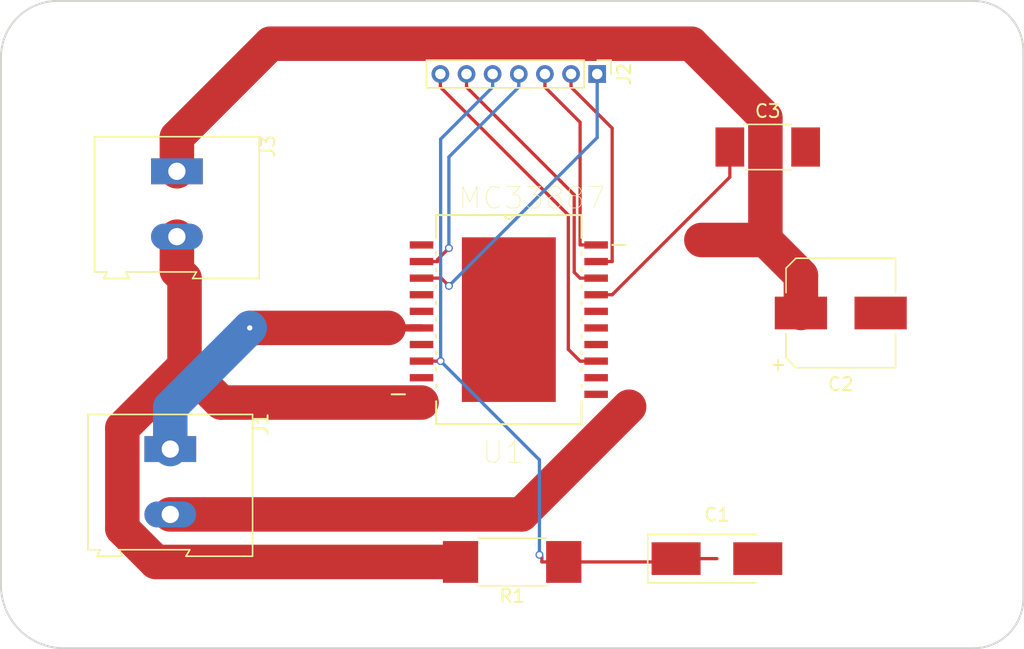
<source format=kicad_pcb>
(kicad_pcb (version 4) (host pcbnew 4.0.7)

  (general
    (links 19)
    (no_connects 0)
    (area 131.496999 97.206999 209.879001 146.887001)
    (thickness 1.6)
    (drawings 8)
    (tracks 74)
    (zones 0)
    (modules 8)
    (nets 21)
  )

  (page A4)
  (layers
    (0 F.Cu signal)
    (31 B.Cu signal)
    (32 B.Adhes user)
    (33 F.Adhes user)
    (34 B.Paste user)
    (35 F.Paste user)
    (36 B.SilkS user)
    (37 F.SilkS user)
    (38 B.Mask user)
    (39 F.Mask user)
    (40 Dwgs.User user)
    (41 Cmts.User user)
    (42 Eco1.User user)
    (43 Eco2.User user)
    (44 Edge.Cuts user)
    (45 Margin user)
    (46 B.CrtYd user)
    (47 F.CrtYd user)
    (48 B.Fab user)
    (49 F.Fab user)
  )

  (setup
    (last_trace_width 0.25)
    (trace_clearance 0.2)
    (zone_clearance 0.508)
    (zone_45_only no)
    (trace_min 0.2)
    (segment_width 0.2)
    (edge_width 0.15)
    (via_size 0.6)
    (via_drill 0.4)
    (via_min_size 0.4)
    (via_min_drill 0.3)
    (uvia_size 0.3)
    (uvia_drill 0.1)
    (uvias_allowed no)
    (uvia_min_size 0.2)
    (uvia_min_drill 0.1)
    (pcb_text_width 0.3)
    (pcb_text_size 1.5 1.5)
    (mod_edge_width 0.15)
    (mod_text_size 1 1)
    (mod_text_width 0.15)
    (pad_size 1.524 1.524)
    (pad_drill 0.762)
    (pad_to_mask_clearance 0.2)
    (aux_axis_origin 0 0)
    (visible_elements 7FFFFFFF)
    (pcbplotparams
      (layerselection 0x00030_80000001)
      (usegerberextensions false)
      (excludeedgelayer true)
      (linewidth 0.100000)
      (plotframeref false)
      (viasonmask false)
      (mode 1)
      (useauxorigin false)
      (hpglpennumber 1)
      (hpglpenspeed 20)
      (hpglpendiameter 15)
      (hpglpenoverlay 2)
      (psnegative false)
      (psa4output false)
      (plotreference true)
      (plotvalue true)
      (plotinvisibletext false)
      (padsonsilk false)
      (subtractmaskfromsilk false)
      (outputformat 1)
      (mirror false)
      (drillshape 1)
      (scaleselection 1)
      (outputdirectory ""))
  )

  (net 0 "")
  (net 1 "Net-(C1-Pad1)")
  (net 2 GND)
  (net 3 "Net-(C2-Pad1)")
  (net 4 "Net-(C3-Pad1)")
  (net 5 "Net-(J1-Pad1)")
  (net 6 "Net-(J1-Pad2)")
  (net 7 "Net-(J2-Pad1)")
  (net 8 "Net-(J2-Pad2)")
  (net 9 "Net-(J2-Pad3)")
  (net 10 "Net-(J2-Pad4)")
  (net 11 "Net-(J2-Pad6)")
  (net 12 "Net-(J2-Pad7)")
  (net 13 "Net-(J3-Pad2)")
  (net 14 "Net-(U1-Pad4)")
  (net 15 "Net-(U1-Pad5)")
  (net 16 "Net-(U1-Pad7)")
  (net 17 "Net-(U1-Pad9)")
  (net 18 "Net-(U1-Pad11)")
  (net 19 "Net-(U1-Pad12)")
  (net 20 "Net-(U1-Pad14)")

  (net_class Default "This is the default net class."
    (clearance 0.2)
    (trace_width 0.25)
    (via_dia 0.6)
    (via_drill 0.4)
    (uvia_dia 0.3)
    (uvia_drill 0.1)
    (add_net GND)
    (add_net "Net-(C1-Pad1)")
    (add_net "Net-(C3-Pad1)")
    (add_net "Net-(J2-Pad1)")
    (add_net "Net-(J2-Pad2)")
    (add_net "Net-(J2-Pad3)")
    (add_net "Net-(J2-Pad4)")
    (add_net "Net-(J2-Pad6)")
    (add_net "Net-(J2-Pad7)")
    (add_net "Net-(U1-Pad11)")
    (add_net "Net-(U1-Pad12)")
    (add_net "Net-(U1-Pad14)")
    (add_net "Net-(U1-Pad4)")
    (add_net "Net-(U1-Pad5)")
    (add_net "Net-(U1-Pad7)")
    (add_net "Net-(U1-Pad9)")
  )

  (net_class Power ""
    (clearance 0.3)
    (trace_width 2.64)
    (via_dia 0.6)
    (via_drill 0.4)
    (uvia_dia 0.3)
    (uvia_drill 0.1)
    (add_net "Net-(C2-Pad1)")
    (add_net "Net-(J1-Pad1)")
    (add_net "Net-(J1-Pad2)")
    (add_net "Net-(J3-Pad2)")
  )

  (module Capacitors_Tantalum_SMD:CP_Tantalum_Case-C_EIA-6032-28_Hand (layer F.Cu) (tedit 58CC8C08) (tstamp 5A6E3B64)
    (at 186.359 139.954)
    (descr "Tantalum capacitor, Case C, EIA 6032-28, 6.0x3.2x2.5mm, Hand soldering footprint")
    (tags "capacitor tantalum smd")
    (path /5A6E434B)
    (attr smd)
    (fp_text reference C1 (at 0 -3.35) (layer F.SilkS)
      (effects (font (size 1 1) (thickness 0.15)))
    )
    (fp_text value 1uF (at 0 3.35) (layer F.Fab)
      (effects (font (size 1 1) (thickness 0.15)))
    )
    (fp_text user %R (at 0 0) (layer F.Fab)
      (effects (font (size 1 1) (thickness 0.15)))
    )
    (fp_line (start -5.4 -2) (end -5.4 2) (layer F.CrtYd) (width 0.05))
    (fp_line (start -5.4 2) (end 5.4 2) (layer F.CrtYd) (width 0.05))
    (fp_line (start 5.4 2) (end 5.4 -2) (layer F.CrtYd) (width 0.05))
    (fp_line (start 5.4 -2) (end -5.4 -2) (layer F.CrtYd) (width 0.05))
    (fp_line (start -3 -1.6) (end -3 1.6) (layer F.Fab) (width 0.1))
    (fp_line (start -3 1.6) (end 3 1.6) (layer F.Fab) (width 0.1))
    (fp_line (start 3 1.6) (end 3 -1.6) (layer F.Fab) (width 0.1))
    (fp_line (start 3 -1.6) (end -3 -1.6) (layer F.Fab) (width 0.1))
    (fp_line (start -2.4 -1.6) (end -2.4 1.6) (layer F.Fab) (width 0.1))
    (fp_line (start -2.1 -1.6) (end -2.1 1.6) (layer F.Fab) (width 0.1))
    (fp_line (start -5.3 -1.85) (end 3 -1.85) (layer F.SilkS) (width 0.12))
    (fp_line (start -5.3 1.85) (end 3 1.85) (layer F.SilkS) (width 0.12))
    (fp_line (start -5.3 -1.85) (end -5.3 1.85) (layer F.SilkS) (width 0.12))
    (pad 1 smd rect (at -3.125 0) (size 3.75 2.5) (layers F.Cu F.Paste F.Mask)
      (net 1 "Net-(C1-Pad1)"))
    (pad 2 smd rect (at 3.125 0) (size 3.75 2.5) (layers F.Cu F.Paste F.Mask)
      (net 2 GND))
    (model Capacitors_Tantalum_SMD.3dshapes/CP_Tantalum_Case-C_EIA-6032-28.wrl
      (at (xyz 0 0 0))
      (scale (xyz 1 1 1))
      (rotate (xyz 0 0 0))
    )
  )

  (module Capacitors_SMD:CP_Elec_8x6.5 (layer F.Cu) (tedit 58AA8B9D) (tstamp 5A6E3B80)
    (at 195.834 121.158)
    (descr "SMT capacitor, aluminium electrolytic, 8x6.5")
    (path /5A6E42CB)
    (attr smd)
    (fp_text reference C2 (at 0 5.45) (layer F.SilkS)
      (effects (font (size 1 1) (thickness 0.15)))
    )
    (fp_text value 100uF (at 0 -5.45) (layer F.Fab)
      (effects (font (size 1 1) (thickness 0.15)))
    )
    (fp_circle (center 0 0) (end 0.9 3.8) (layer F.Fab) (width 0.1))
    (fp_text user + (at -1.94 -0.06) (layer F.Fab)
      (effects (font (size 1 1) (thickness 0.15)))
    )
    (fp_text user + (at -4.79 3.91) (layer F.SilkS)
      (effects (font (size 1 1) (thickness 0.15)))
    )
    (fp_text user %R (at 0 5.45) (layer F.Fab)
      (effects (font (size 1 1) (thickness 0.15)))
    )
    (fp_line (start -4.19 -3.43) (end -4.19 -1.56) (layer F.SilkS) (width 0.12))
    (fp_line (start -4.19 3.43) (end -4.19 1.56) (layer F.SilkS) (width 0.12))
    (fp_line (start 4.19 4.19) (end 4.19 1.56) (layer F.SilkS) (width 0.12))
    (fp_line (start 4.19 -4.19) (end 4.19 -1.56) (layer F.SilkS) (width 0.12))
    (fp_line (start 4.04 4.04) (end 4.04 -4.04) (layer F.Fab) (width 0.1))
    (fp_line (start -3.37 4.04) (end 4.04 4.04) (layer F.Fab) (width 0.1))
    (fp_line (start -4.04 3.37) (end -3.37 4.04) (layer F.Fab) (width 0.1))
    (fp_line (start -4.04 -3.37) (end -4.04 3.37) (layer F.Fab) (width 0.1))
    (fp_line (start -3.37 -4.04) (end -4.04 -3.37) (layer F.Fab) (width 0.1))
    (fp_line (start 4.04 -4.04) (end -3.37 -4.04) (layer F.Fab) (width 0.1))
    (fp_line (start 4.19 4.19) (end -3.43 4.19) (layer F.SilkS) (width 0.12))
    (fp_line (start -3.43 4.19) (end -4.19 3.43) (layer F.SilkS) (width 0.12))
    (fp_line (start -4.19 -3.43) (end -3.43 -4.19) (layer F.SilkS) (width 0.12))
    (fp_line (start -3.43 -4.19) (end 4.19 -4.19) (layer F.SilkS) (width 0.12))
    (fp_line (start -5.3 -4.29) (end 5.3 -4.29) (layer F.CrtYd) (width 0.05))
    (fp_line (start -5.3 -4.29) (end -5.3 4.29) (layer F.CrtYd) (width 0.05))
    (fp_line (start 5.3 4.29) (end 5.3 -4.29) (layer F.CrtYd) (width 0.05))
    (fp_line (start 5.3 4.29) (end -5.3 4.29) (layer F.CrtYd) (width 0.05))
    (pad 1 smd rect (at -3.05 0 180) (size 4 2.5) (layers F.Cu F.Paste F.Mask)
      (net 3 "Net-(C2-Pad1)"))
    (pad 2 smd rect (at 3.05 0 180) (size 4 2.5) (layers F.Cu F.Paste F.Mask)
      (net 2 GND))
    (model Capacitors_SMD.3dshapes/CP_Elec_8x6.5.wrl
      (at (xyz 0 0 0))
      (scale (xyz 1 1 1))
      (rotate (xyz 0 0 180))
    )
  )

  (module Capacitors_SMD:C_1812_HandSoldering (layer F.Cu) (tedit 58AA8525) (tstamp 5A6E3B91)
    (at 190.246 108.458)
    (descr "Capacitor SMD 1812, hand soldering")
    (tags "capacitor 1812")
    (path /5A6E425C)
    (attr smd)
    (fp_text reference C3 (at 0 -2.75) (layer F.SilkS)
      (effects (font (size 1 1) (thickness 0.15)))
    )
    (fp_text value 33nF (at 0 2.75) (layer F.Fab)
      (effects (font (size 1 1) (thickness 0.15)))
    )
    (fp_text user %R (at 0 -2.75) (layer F.Fab)
      (effects (font (size 1 1) (thickness 0.15)))
    )
    (fp_line (start -2.25 1.6) (end -2.25 -1.6) (layer F.Fab) (width 0.1))
    (fp_line (start 2.3 1.6) (end -2.25 1.6) (layer F.Fab) (width 0.1))
    (fp_line (start 2.3 -1.6) (end 2.3 1.6) (layer F.Fab) (width 0.1))
    (fp_line (start -2.25 -1.6) (end 2.3 -1.6) (layer F.Fab) (width 0.1))
    (fp_line (start 1.8 -1.73) (end -1.8 -1.73) (layer F.SilkS) (width 0.12))
    (fp_line (start -1.8 1.73) (end 1.8 1.73) (layer F.SilkS) (width 0.12))
    (fp_line (start -4.25 -1.85) (end 4.25 -1.85) (layer F.CrtYd) (width 0.05))
    (fp_line (start -4.25 -1.85) (end -4.25 1.85) (layer F.CrtYd) (width 0.05))
    (fp_line (start 4.25 1.85) (end 4.25 -1.85) (layer F.CrtYd) (width 0.05))
    (fp_line (start 4.25 1.85) (end -4.25 1.85) (layer F.CrtYd) (width 0.05))
    (pad 1 smd rect (at -2.9 0) (size 2.2 3) (layers F.Cu F.Paste F.Mask)
      (net 4 "Net-(C3-Pad1)"))
    (pad 2 smd rect (at 2.9 0) (size 2.2 3) (layers F.Cu F.Paste F.Mask)
      (net 2 GND))
    (model Capacitors_SMD.3dshapes/C_1812.wrl
      (at (xyz 0 0 0))
      (scale (xyz 1 1 1))
      (rotate (xyz 0 0 0))
    )
  )

  (module Connectors_Terminal_Blocks:TerminalBlock_Altech_AK300-2_P5.00mm (layer F.Cu) (tedit 59FF0306) (tstamp 5A6E3BF8)
    (at 144.526 131.572 270)
    (descr "Altech AK300 terminal block, pitch 5.0mm, 45 degree angled, see http://www.mouser.com/ds/2/16/PCBMETRC-24178.pdf")
    (tags "Altech AK300 terminal block pitch 5.0mm")
    (path /5A6E408B)
    (fp_text reference J1 (at -1.92 -6.99 270) (layer F.SilkS)
      (effects (font (size 1 1) (thickness 0.15)))
    )
    (fp_text value Conn_01x02 (at 2.78 7.75 270) (layer F.Fab)
      (effects (font (size 1 1) (thickness 0.15)))
    )
    (fp_text user %R (at 2.5 -2 270) (layer F.Fab)
      (effects (font (size 1 1) (thickness 0.15)))
    )
    (fp_line (start -2.65 -6.3) (end -2.65 6.3) (layer F.SilkS) (width 0.12))
    (fp_line (start -2.65 6.3) (end 7.7 6.3) (layer F.SilkS) (width 0.12))
    (fp_line (start 7.7 6.3) (end 7.7 5.35) (layer F.SilkS) (width 0.12))
    (fp_line (start 7.7 5.35) (end 8.2 5.6) (layer F.SilkS) (width 0.12))
    (fp_line (start 8.2 5.6) (end 8.2 3.7) (layer F.SilkS) (width 0.12))
    (fp_line (start 8.2 3.7) (end 8.2 3.65) (layer F.SilkS) (width 0.12))
    (fp_line (start 8.2 3.65) (end 7.7 3.9) (layer F.SilkS) (width 0.12))
    (fp_line (start 7.7 3.9) (end 7.7 -1.5) (layer F.SilkS) (width 0.12))
    (fp_line (start 7.7 -1.5) (end 8.2 -1.2) (layer F.SilkS) (width 0.12))
    (fp_line (start 8.2 -1.2) (end 8.2 -6.3) (layer F.SilkS) (width 0.12))
    (fp_line (start 8.2 -6.3) (end -2.65 -6.3) (layer F.SilkS) (width 0.12))
    (fp_line (start -1.26 2.54) (end 1.28 2.54) (layer F.Fab) (width 0.1))
    (fp_line (start 1.28 2.54) (end 1.28 -0.25) (layer F.Fab) (width 0.1))
    (fp_line (start -1.26 -0.25) (end 1.28 -0.25) (layer F.Fab) (width 0.1))
    (fp_line (start -1.26 2.54) (end -1.26 -0.25) (layer F.Fab) (width 0.1))
    (fp_line (start 3.74 2.54) (end 6.28 2.54) (layer F.Fab) (width 0.1))
    (fp_line (start 6.28 2.54) (end 6.28 -0.25) (layer F.Fab) (width 0.1))
    (fp_line (start 3.74 -0.25) (end 6.28 -0.25) (layer F.Fab) (width 0.1))
    (fp_line (start 3.74 2.54) (end 3.74 -0.25) (layer F.Fab) (width 0.1))
    (fp_line (start 7.61 -6.22) (end 7.61 -3.17) (layer F.Fab) (width 0.1))
    (fp_line (start 7.61 -6.22) (end -2.58 -6.22) (layer F.Fab) (width 0.1))
    (fp_line (start 7.61 -6.22) (end 8.11 -6.22) (layer F.Fab) (width 0.1))
    (fp_line (start 8.11 -6.22) (end 8.11 -1.4) (layer F.Fab) (width 0.1))
    (fp_line (start 8.11 -1.4) (end 7.61 -1.65) (layer F.Fab) (width 0.1))
    (fp_line (start 8.11 5.46) (end 7.61 5.21) (layer F.Fab) (width 0.1))
    (fp_line (start 7.61 5.21) (end 7.61 6.22) (layer F.Fab) (width 0.1))
    (fp_line (start 8.11 3.81) (end 7.61 4.06) (layer F.Fab) (width 0.1))
    (fp_line (start 7.61 4.06) (end 7.61 5.21) (layer F.Fab) (width 0.1))
    (fp_line (start 8.11 3.81) (end 8.11 5.46) (layer F.Fab) (width 0.1))
    (fp_line (start 2.98 6.22) (end 2.98 4.32) (layer F.Fab) (width 0.1))
    (fp_line (start 7.05 -0.25) (end 7.05 4.32) (layer F.Fab) (width 0.1))
    (fp_line (start 2.98 6.22) (end 7.05 6.22) (layer F.Fab) (width 0.1))
    (fp_line (start 7.05 6.22) (end 7.61 6.22) (layer F.Fab) (width 0.1))
    (fp_line (start 2.04 6.22) (end 2.04 4.32) (layer F.Fab) (width 0.1))
    (fp_line (start 2.04 6.22) (end 2.98 6.22) (layer F.Fab) (width 0.1))
    (fp_line (start -2.02 -0.25) (end -2.02 4.32) (layer F.Fab) (width 0.1))
    (fp_line (start -2.58 6.22) (end -2.02 6.22) (layer F.Fab) (width 0.1))
    (fp_line (start -2.02 6.22) (end 2.04 6.22) (layer F.Fab) (width 0.1))
    (fp_line (start 2.98 4.32) (end 7.05 4.32) (layer F.Fab) (width 0.1))
    (fp_line (start 2.98 4.32) (end 2.98 -0.25) (layer F.Fab) (width 0.1))
    (fp_line (start 7.05 4.32) (end 7.05 6.22) (layer F.Fab) (width 0.1))
    (fp_line (start 2.04 4.32) (end -2.02 4.32) (layer F.Fab) (width 0.1))
    (fp_line (start 2.04 4.32) (end 2.04 -0.25) (layer F.Fab) (width 0.1))
    (fp_line (start -2.02 4.32) (end -2.02 6.22) (layer F.Fab) (width 0.1))
    (fp_line (start 6.67 3.68) (end 6.67 0.51) (layer F.Fab) (width 0.1))
    (fp_line (start 6.67 3.68) (end 3.36 3.68) (layer F.Fab) (width 0.1))
    (fp_line (start 3.36 3.68) (end 3.36 0.51) (layer F.Fab) (width 0.1))
    (fp_line (start 1.66 3.68) (end 1.66 0.51) (layer F.Fab) (width 0.1))
    (fp_line (start 1.66 3.68) (end -1.64 3.68) (layer F.Fab) (width 0.1))
    (fp_line (start -1.64 3.68) (end -1.64 0.51) (layer F.Fab) (width 0.1))
    (fp_line (start -1.64 0.51) (end -1.26 0.51) (layer F.Fab) (width 0.1))
    (fp_line (start 1.66 0.51) (end 1.28 0.51) (layer F.Fab) (width 0.1))
    (fp_line (start 3.36 0.51) (end 3.74 0.51) (layer F.Fab) (width 0.1))
    (fp_line (start 6.67 0.51) (end 6.28 0.51) (layer F.Fab) (width 0.1))
    (fp_line (start -2.58 6.22) (end -2.58 -0.64) (layer F.Fab) (width 0.1))
    (fp_line (start -2.58 -0.64) (end -2.58 -3.17) (layer F.Fab) (width 0.1))
    (fp_line (start 7.61 -1.65) (end 7.61 -0.64) (layer F.Fab) (width 0.1))
    (fp_line (start 7.61 -0.64) (end 7.61 4.06) (layer F.Fab) (width 0.1))
    (fp_line (start -2.58 -3.17) (end 7.61 -3.17) (layer F.Fab) (width 0.1))
    (fp_line (start -2.58 -3.17) (end -2.58 -6.22) (layer F.Fab) (width 0.1))
    (fp_line (start 7.61 -3.17) (end 7.61 -1.65) (layer F.Fab) (width 0.1))
    (fp_line (start 2.98 -3.43) (end 2.98 -5.97) (layer F.Fab) (width 0.1))
    (fp_line (start 2.98 -5.97) (end 7.05 -5.97) (layer F.Fab) (width 0.1))
    (fp_line (start 7.05 -5.97) (end 7.05 -3.43) (layer F.Fab) (width 0.1))
    (fp_line (start 7.05 -3.43) (end 2.98 -3.43) (layer F.Fab) (width 0.1))
    (fp_line (start 2.04 -3.43) (end 2.04 -5.97) (layer F.Fab) (width 0.1))
    (fp_line (start 2.04 -3.43) (end -2.02 -3.43) (layer F.Fab) (width 0.1))
    (fp_line (start -2.02 -3.43) (end -2.02 -5.97) (layer F.Fab) (width 0.1))
    (fp_line (start 2.04 -5.97) (end -2.02 -5.97) (layer F.Fab) (width 0.1))
    (fp_line (start 3.39 -4.45) (end 6.44 -5.08) (layer F.Fab) (width 0.1))
    (fp_line (start 3.52 -4.32) (end 6.56 -4.95) (layer F.Fab) (width 0.1))
    (fp_line (start -1.62 -4.45) (end 1.44 -5.08) (layer F.Fab) (width 0.1))
    (fp_line (start -1.49 -4.32) (end 1.56 -4.95) (layer F.Fab) (width 0.1))
    (fp_line (start -2.02 -0.25) (end -1.64 -0.25) (layer F.Fab) (width 0.1))
    (fp_line (start 2.04 -0.25) (end 1.66 -0.25) (layer F.Fab) (width 0.1))
    (fp_line (start 1.66 -0.25) (end -1.64 -0.25) (layer F.Fab) (width 0.1))
    (fp_line (start -2.58 -0.64) (end -1.64 -0.64) (layer F.Fab) (width 0.1))
    (fp_line (start -1.64 -0.64) (end 1.66 -0.64) (layer F.Fab) (width 0.1))
    (fp_line (start 1.66 -0.64) (end 3.36 -0.64) (layer F.Fab) (width 0.1))
    (fp_line (start 7.61 -0.64) (end 6.67 -0.64) (layer F.Fab) (width 0.1))
    (fp_line (start 6.67 -0.64) (end 3.36 -0.64) (layer F.Fab) (width 0.1))
    (fp_line (start 7.05 -0.25) (end 6.67 -0.25) (layer F.Fab) (width 0.1))
    (fp_line (start 2.98 -0.25) (end 3.36 -0.25) (layer F.Fab) (width 0.1))
    (fp_line (start 3.36 -0.25) (end 6.67 -0.25) (layer F.Fab) (width 0.1))
    (fp_line (start -2.83 -6.47) (end 8.36 -6.47) (layer F.CrtYd) (width 0.05))
    (fp_line (start -2.83 -6.47) (end -2.83 6.47) (layer F.CrtYd) (width 0.05))
    (fp_line (start 8.36 6.47) (end 8.36 -6.47) (layer F.CrtYd) (width 0.05))
    (fp_line (start 8.36 6.47) (end -2.83 6.47) (layer F.CrtYd) (width 0.05))
    (fp_arc (start 6.03 -4.59) (end 6.54 -5.05) (angle 90.5) (layer F.Fab) (width 0.1))
    (fp_arc (start 5.07 -6.07) (end 6.53 -4.12) (angle 75.5) (layer F.Fab) (width 0.1))
    (fp_arc (start 4.99 -3.71) (end 3.39 -5) (angle 100) (layer F.Fab) (width 0.1))
    (fp_arc (start 3.87 -4.65) (end 3.58 -4.13) (angle 104.2) (layer F.Fab) (width 0.1))
    (fp_arc (start 1.03 -4.59) (end 1.53 -5.05) (angle 90.5) (layer F.Fab) (width 0.1))
    (fp_arc (start 0.06 -6.07) (end 1.53 -4.12) (angle 75.5) (layer F.Fab) (width 0.1))
    (fp_arc (start -0.01 -3.71) (end -1.62 -5) (angle 100) (layer F.Fab) (width 0.1))
    (fp_arc (start -1.13 -4.65) (end -1.42 -4.13) (angle 104.2) (layer F.Fab) (width 0.1))
    (pad 1 thru_hole rect (at 0 0 270) (size 1.98 3.96) (drill 1.32) (layers *.Cu *.Mask)
      (net 5 "Net-(J1-Pad1)"))
    (pad 2 thru_hole oval (at 5 0 270) (size 1.98 3.96) (drill 1.32) (layers *.Cu *.Mask)
      (net 6 "Net-(J1-Pad2)"))
    (model ${KISYS3DMOD}/Terminal_Blocks.3dshapes/TerminalBlock_Altech_AK300-2_P5.00mm.wrl
      (at (xyz 0 0 0))
      (scale (xyz 1 1 1))
      (rotate (xyz 0 0 0))
    )
  )

  (module Pin_Headers:Pin_Header_Straight_1x07_Pitch2.00mm (layer F.Cu) (tedit 59650533) (tstamp 5A6E3C13)
    (at 177.196 102.87 270)
    (descr "Through hole straight pin header, 1x07, 2.00mm pitch, single row")
    (tags "Through hole pin header THT 1x07 2.00mm single row")
    (path /5A6E418C)
    (fp_text reference J2 (at 0 -2.06 270) (layer F.SilkS)
      (effects (font (size 1 1) (thickness 0.15)))
    )
    (fp_text value Conn_01x07 (at 0 14.06 270) (layer F.Fab)
      (effects (font (size 1 1) (thickness 0.15)))
    )
    (fp_line (start -0.5 -1) (end 1 -1) (layer F.Fab) (width 0.1))
    (fp_line (start 1 -1) (end 1 13) (layer F.Fab) (width 0.1))
    (fp_line (start 1 13) (end -1 13) (layer F.Fab) (width 0.1))
    (fp_line (start -1 13) (end -1 -0.5) (layer F.Fab) (width 0.1))
    (fp_line (start -1 -0.5) (end -0.5 -1) (layer F.Fab) (width 0.1))
    (fp_line (start -1.06 13.06) (end 1.06 13.06) (layer F.SilkS) (width 0.12))
    (fp_line (start -1.06 1) (end -1.06 13.06) (layer F.SilkS) (width 0.12))
    (fp_line (start 1.06 1) (end 1.06 13.06) (layer F.SilkS) (width 0.12))
    (fp_line (start -1.06 1) (end 1.06 1) (layer F.SilkS) (width 0.12))
    (fp_line (start -1.06 0) (end -1.06 -1.06) (layer F.SilkS) (width 0.12))
    (fp_line (start -1.06 -1.06) (end 0 -1.06) (layer F.SilkS) (width 0.12))
    (fp_line (start -1.5 -1.5) (end -1.5 13.5) (layer F.CrtYd) (width 0.05))
    (fp_line (start -1.5 13.5) (end 1.5 13.5) (layer F.CrtYd) (width 0.05))
    (fp_line (start 1.5 13.5) (end 1.5 -1.5) (layer F.CrtYd) (width 0.05))
    (fp_line (start 1.5 -1.5) (end -1.5 -1.5) (layer F.CrtYd) (width 0.05))
    (fp_text user %R (at 0 6 360) (layer F.Fab)
      (effects (font (size 1 1) (thickness 0.15)))
    )
    (pad 1 thru_hole rect (at 0 0 270) (size 1.35 1.35) (drill 0.8) (layers *.Cu *.Mask)
      (net 7 "Net-(J2-Pad1)"))
    (pad 2 thru_hole oval (at 0 2 270) (size 1.35 1.35) (drill 0.8) (layers *.Cu *.Mask)
      (net 8 "Net-(J2-Pad2)"))
    (pad 3 thru_hole oval (at 0 4 270) (size 1.35 1.35) (drill 0.8) (layers *.Cu *.Mask)
      (net 9 "Net-(J2-Pad3)"))
    (pad 4 thru_hole oval (at 0 6 270) (size 1.35 1.35) (drill 0.8) (layers *.Cu *.Mask)
      (net 10 "Net-(J2-Pad4)"))
    (pad 5 thru_hole oval (at 0 8 270) (size 1.35 1.35) (drill 0.8) (layers *.Cu *.Mask)
      (net 1 "Net-(C1-Pad1)"))
    (pad 6 thru_hole oval (at 0 10 270) (size 1.35 1.35) (drill 0.8) (layers *.Cu *.Mask)
      (net 11 "Net-(J2-Pad6)"))
    (pad 7 thru_hole oval (at 0 12 270) (size 1.35 1.35) (drill 0.8) (layers *.Cu *.Mask)
      (net 12 "Net-(J2-Pad7)"))
    (model ${KISYS3DMOD}/Pin_Headers.3dshapes/Pin_Header_Straight_1x07_Pitch2.00mm.wrl
      (at (xyz 0 0 0))
      (scale (xyz 1 1 1))
      (rotate (xyz 0 0 0))
    )
  )

  (module Connectors_Terminal_Blocks:TerminalBlock_Altech_AK300-2_P5.00mm (layer F.Cu) (tedit 59FF0306) (tstamp 5A6E3C7A)
    (at 145.034 110.316 270)
    (descr "Altech AK300 terminal block, pitch 5.0mm, 45 degree angled, see http://www.mouser.com/ds/2/16/PCBMETRC-24178.pdf")
    (tags "Altech AK300 terminal block pitch 5.0mm")
    (path /5A6E4020)
    (fp_text reference J3 (at -1.92 -6.99 270) (layer F.SilkS)
      (effects (font (size 1 1) (thickness 0.15)))
    )
    (fp_text value Conn_01x02 (at 2.78 7.75 270) (layer F.Fab)
      (effects (font (size 1 1) (thickness 0.15)))
    )
    (fp_text user %R (at 2.5 -2 270) (layer F.Fab)
      (effects (font (size 1 1) (thickness 0.15)))
    )
    (fp_line (start -2.65 -6.3) (end -2.65 6.3) (layer F.SilkS) (width 0.12))
    (fp_line (start -2.65 6.3) (end 7.7 6.3) (layer F.SilkS) (width 0.12))
    (fp_line (start 7.7 6.3) (end 7.7 5.35) (layer F.SilkS) (width 0.12))
    (fp_line (start 7.7 5.35) (end 8.2 5.6) (layer F.SilkS) (width 0.12))
    (fp_line (start 8.2 5.6) (end 8.2 3.7) (layer F.SilkS) (width 0.12))
    (fp_line (start 8.2 3.7) (end 8.2 3.65) (layer F.SilkS) (width 0.12))
    (fp_line (start 8.2 3.65) (end 7.7 3.9) (layer F.SilkS) (width 0.12))
    (fp_line (start 7.7 3.9) (end 7.7 -1.5) (layer F.SilkS) (width 0.12))
    (fp_line (start 7.7 -1.5) (end 8.2 -1.2) (layer F.SilkS) (width 0.12))
    (fp_line (start 8.2 -1.2) (end 8.2 -6.3) (layer F.SilkS) (width 0.12))
    (fp_line (start 8.2 -6.3) (end -2.65 -6.3) (layer F.SilkS) (width 0.12))
    (fp_line (start -1.26 2.54) (end 1.28 2.54) (layer F.Fab) (width 0.1))
    (fp_line (start 1.28 2.54) (end 1.28 -0.25) (layer F.Fab) (width 0.1))
    (fp_line (start -1.26 -0.25) (end 1.28 -0.25) (layer F.Fab) (width 0.1))
    (fp_line (start -1.26 2.54) (end -1.26 -0.25) (layer F.Fab) (width 0.1))
    (fp_line (start 3.74 2.54) (end 6.28 2.54) (layer F.Fab) (width 0.1))
    (fp_line (start 6.28 2.54) (end 6.28 -0.25) (layer F.Fab) (width 0.1))
    (fp_line (start 3.74 -0.25) (end 6.28 -0.25) (layer F.Fab) (width 0.1))
    (fp_line (start 3.74 2.54) (end 3.74 -0.25) (layer F.Fab) (width 0.1))
    (fp_line (start 7.61 -6.22) (end 7.61 -3.17) (layer F.Fab) (width 0.1))
    (fp_line (start 7.61 -6.22) (end -2.58 -6.22) (layer F.Fab) (width 0.1))
    (fp_line (start 7.61 -6.22) (end 8.11 -6.22) (layer F.Fab) (width 0.1))
    (fp_line (start 8.11 -6.22) (end 8.11 -1.4) (layer F.Fab) (width 0.1))
    (fp_line (start 8.11 -1.4) (end 7.61 -1.65) (layer F.Fab) (width 0.1))
    (fp_line (start 8.11 5.46) (end 7.61 5.21) (layer F.Fab) (width 0.1))
    (fp_line (start 7.61 5.21) (end 7.61 6.22) (layer F.Fab) (width 0.1))
    (fp_line (start 8.11 3.81) (end 7.61 4.06) (layer F.Fab) (width 0.1))
    (fp_line (start 7.61 4.06) (end 7.61 5.21) (layer F.Fab) (width 0.1))
    (fp_line (start 8.11 3.81) (end 8.11 5.46) (layer F.Fab) (width 0.1))
    (fp_line (start 2.98 6.22) (end 2.98 4.32) (layer F.Fab) (width 0.1))
    (fp_line (start 7.05 -0.25) (end 7.05 4.32) (layer F.Fab) (width 0.1))
    (fp_line (start 2.98 6.22) (end 7.05 6.22) (layer F.Fab) (width 0.1))
    (fp_line (start 7.05 6.22) (end 7.61 6.22) (layer F.Fab) (width 0.1))
    (fp_line (start 2.04 6.22) (end 2.04 4.32) (layer F.Fab) (width 0.1))
    (fp_line (start 2.04 6.22) (end 2.98 6.22) (layer F.Fab) (width 0.1))
    (fp_line (start -2.02 -0.25) (end -2.02 4.32) (layer F.Fab) (width 0.1))
    (fp_line (start -2.58 6.22) (end -2.02 6.22) (layer F.Fab) (width 0.1))
    (fp_line (start -2.02 6.22) (end 2.04 6.22) (layer F.Fab) (width 0.1))
    (fp_line (start 2.98 4.32) (end 7.05 4.32) (layer F.Fab) (width 0.1))
    (fp_line (start 2.98 4.32) (end 2.98 -0.25) (layer F.Fab) (width 0.1))
    (fp_line (start 7.05 4.32) (end 7.05 6.22) (layer F.Fab) (width 0.1))
    (fp_line (start 2.04 4.32) (end -2.02 4.32) (layer F.Fab) (width 0.1))
    (fp_line (start 2.04 4.32) (end 2.04 -0.25) (layer F.Fab) (width 0.1))
    (fp_line (start -2.02 4.32) (end -2.02 6.22) (layer F.Fab) (width 0.1))
    (fp_line (start 6.67 3.68) (end 6.67 0.51) (layer F.Fab) (width 0.1))
    (fp_line (start 6.67 3.68) (end 3.36 3.68) (layer F.Fab) (width 0.1))
    (fp_line (start 3.36 3.68) (end 3.36 0.51) (layer F.Fab) (width 0.1))
    (fp_line (start 1.66 3.68) (end 1.66 0.51) (layer F.Fab) (width 0.1))
    (fp_line (start 1.66 3.68) (end -1.64 3.68) (layer F.Fab) (width 0.1))
    (fp_line (start -1.64 3.68) (end -1.64 0.51) (layer F.Fab) (width 0.1))
    (fp_line (start -1.64 0.51) (end -1.26 0.51) (layer F.Fab) (width 0.1))
    (fp_line (start 1.66 0.51) (end 1.28 0.51) (layer F.Fab) (width 0.1))
    (fp_line (start 3.36 0.51) (end 3.74 0.51) (layer F.Fab) (width 0.1))
    (fp_line (start 6.67 0.51) (end 6.28 0.51) (layer F.Fab) (width 0.1))
    (fp_line (start -2.58 6.22) (end -2.58 -0.64) (layer F.Fab) (width 0.1))
    (fp_line (start -2.58 -0.64) (end -2.58 -3.17) (layer F.Fab) (width 0.1))
    (fp_line (start 7.61 -1.65) (end 7.61 -0.64) (layer F.Fab) (width 0.1))
    (fp_line (start 7.61 -0.64) (end 7.61 4.06) (layer F.Fab) (width 0.1))
    (fp_line (start -2.58 -3.17) (end 7.61 -3.17) (layer F.Fab) (width 0.1))
    (fp_line (start -2.58 -3.17) (end -2.58 -6.22) (layer F.Fab) (width 0.1))
    (fp_line (start 7.61 -3.17) (end 7.61 -1.65) (layer F.Fab) (width 0.1))
    (fp_line (start 2.98 -3.43) (end 2.98 -5.97) (layer F.Fab) (width 0.1))
    (fp_line (start 2.98 -5.97) (end 7.05 -5.97) (layer F.Fab) (width 0.1))
    (fp_line (start 7.05 -5.97) (end 7.05 -3.43) (layer F.Fab) (width 0.1))
    (fp_line (start 7.05 -3.43) (end 2.98 -3.43) (layer F.Fab) (width 0.1))
    (fp_line (start 2.04 -3.43) (end 2.04 -5.97) (layer F.Fab) (width 0.1))
    (fp_line (start 2.04 -3.43) (end -2.02 -3.43) (layer F.Fab) (width 0.1))
    (fp_line (start -2.02 -3.43) (end -2.02 -5.97) (layer F.Fab) (width 0.1))
    (fp_line (start 2.04 -5.97) (end -2.02 -5.97) (layer F.Fab) (width 0.1))
    (fp_line (start 3.39 -4.45) (end 6.44 -5.08) (layer F.Fab) (width 0.1))
    (fp_line (start 3.52 -4.32) (end 6.56 -4.95) (layer F.Fab) (width 0.1))
    (fp_line (start -1.62 -4.45) (end 1.44 -5.08) (layer F.Fab) (width 0.1))
    (fp_line (start -1.49 -4.32) (end 1.56 -4.95) (layer F.Fab) (width 0.1))
    (fp_line (start -2.02 -0.25) (end -1.64 -0.25) (layer F.Fab) (width 0.1))
    (fp_line (start 2.04 -0.25) (end 1.66 -0.25) (layer F.Fab) (width 0.1))
    (fp_line (start 1.66 -0.25) (end -1.64 -0.25) (layer F.Fab) (width 0.1))
    (fp_line (start -2.58 -0.64) (end -1.64 -0.64) (layer F.Fab) (width 0.1))
    (fp_line (start -1.64 -0.64) (end 1.66 -0.64) (layer F.Fab) (width 0.1))
    (fp_line (start 1.66 -0.64) (end 3.36 -0.64) (layer F.Fab) (width 0.1))
    (fp_line (start 7.61 -0.64) (end 6.67 -0.64) (layer F.Fab) (width 0.1))
    (fp_line (start 6.67 -0.64) (end 3.36 -0.64) (layer F.Fab) (width 0.1))
    (fp_line (start 7.05 -0.25) (end 6.67 -0.25) (layer F.Fab) (width 0.1))
    (fp_line (start 2.98 -0.25) (end 3.36 -0.25) (layer F.Fab) (width 0.1))
    (fp_line (start 3.36 -0.25) (end 6.67 -0.25) (layer F.Fab) (width 0.1))
    (fp_line (start -2.83 -6.47) (end 8.36 -6.47) (layer F.CrtYd) (width 0.05))
    (fp_line (start -2.83 -6.47) (end -2.83 6.47) (layer F.CrtYd) (width 0.05))
    (fp_line (start 8.36 6.47) (end 8.36 -6.47) (layer F.CrtYd) (width 0.05))
    (fp_line (start 8.36 6.47) (end -2.83 6.47) (layer F.CrtYd) (width 0.05))
    (fp_arc (start 6.03 -4.59) (end 6.54 -5.05) (angle 90.5) (layer F.Fab) (width 0.1))
    (fp_arc (start 5.07 -6.07) (end 6.53 -4.12) (angle 75.5) (layer F.Fab) (width 0.1))
    (fp_arc (start 4.99 -3.71) (end 3.39 -5) (angle 100) (layer F.Fab) (width 0.1))
    (fp_arc (start 3.87 -4.65) (end 3.58 -4.13) (angle 104.2) (layer F.Fab) (width 0.1))
    (fp_arc (start 1.03 -4.59) (end 1.53 -5.05) (angle 90.5) (layer F.Fab) (width 0.1))
    (fp_arc (start 0.06 -6.07) (end 1.53 -4.12) (angle 75.5) (layer F.Fab) (width 0.1))
    (fp_arc (start -0.01 -3.71) (end -1.62 -5) (angle 100) (layer F.Fab) (width 0.1))
    (fp_arc (start -1.13 -4.65) (end -1.42 -4.13) (angle 104.2) (layer F.Fab) (width 0.1))
    (pad 1 thru_hole rect (at 0 0 270) (size 1.98 3.96) (drill 1.32) (layers *.Cu *.Mask)
      (net 3 "Net-(C2-Pad1)"))
    (pad 2 thru_hole oval (at 5 0 270) (size 1.98 3.96) (drill 1.32) (layers *.Cu *.Mask)
      (net 13 "Net-(J3-Pad2)"))
    (model ${KISYS3DMOD}/Terminal_Blocks.3dshapes/TerminalBlock_Altech_AK300-2_P5.00mm.wrl
      (at (xyz 0 0 0))
      (scale (xyz 1 1 1))
      (rotate (xyz 0 0 0))
    )
  )

  (module Resistors_SMD:R_2512_HandSoldering (layer F.Cu) (tedit 58E0A804) (tstamp 5A6E3C8B)
    (at 170.688 140.208 180)
    (descr "Resistor SMD 2512, hand soldering")
    (tags "resistor 2512")
    (path /5A6E41F3)
    (attr smd)
    (fp_text reference R1 (at 0 -2.6 180) (layer F.SilkS)
      (effects (font (size 1 1) (thickness 0.15)))
    )
    (fp_text value 100 (at 0 2.75 180) (layer F.Fab)
      (effects (font (size 1 1) (thickness 0.15)))
    )
    (fp_text user %R (at 0 0 180) (layer F.Fab)
      (effects (font (size 1 1) (thickness 0.15)))
    )
    (fp_line (start -3.15 1.6) (end -3.15 -1.6) (layer F.Fab) (width 0.1))
    (fp_line (start 3.15 1.6) (end -3.15 1.6) (layer F.Fab) (width 0.1))
    (fp_line (start 3.15 -1.6) (end 3.15 1.6) (layer F.Fab) (width 0.1))
    (fp_line (start -3.15 -1.6) (end 3.15 -1.6) (layer F.Fab) (width 0.1))
    (fp_line (start 2.6 1.82) (end -2.6 1.82) (layer F.SilkS) (width 0.12))
    (fp_line (start -2.6 -1.82) (end 2.6 -1.82) (layer F.SilkS) (width 0.12))
    (fp_line (start -5.56 -1.85) (end 5.55 -1.85) (layer F.CrtYd) (width 0.05))
    (fp_line (start -5.56 -1.85) (end -5.56 1.85) (layer F.CrtYd) (width 0.05))
    (fp_line (start 5.55 1.85) (end 5.55 -1.85) (layer F.CrtYd) (width 0.05))
    (fp_line (start 5.55 1.85) (end -5.56 1.85) (layer F.CrtYd) (width 0.05))
    (pad 1 smd rect (at -3.95 0 180) (size 2.7 3.2) (layers F.Cu F.Paste F.Mask)
      (net 1 "Net-(C1-Pad1)"))
    (pad 2 smd rect (at 3.95 0 180) (size 2.7 3.2) (layers F.Cu F.Paste F.Mask)
      (net 13 "Net-(J3-Pad2)"))
    (model ${KISYS3DMOD}/Resistors_SMD.3dshapes/R_2512.wrl
      (at (xyz 0 0 0))
      (scale (xyz 1 1 1))
      (rotate (xyz 0 0 0))
    )
  )

  (module SOIC127P1420X340-21N:SOIC127P1420X340-21N (layer F.Cu) (tedit 0) (tstamp 5A6E3D18)
    (at 170.434 121.666)
    (path /5A6E3F7F)
    (attr smd)
    (fp_text reference U1 (at -0.432635 10.1542) (layer F.SilkS)
      (effects (font (size 1.64317 1.64317) (thickness 0.05)))
    )
    (fp_text value MC33887 (at 1.75406 -9.30415) (layer F.SilkS)
      (effects (font (size 1.64137 1.64137) (thickness 0.05)))
    )
    (fp_line (start 7.9248 -5.715) (end 8.9408 -5.715) (layer F.SilkS) (width 0.1524))
    (fp_line (start -8.9662 5.715) (end -7.9502 5.715) (layer F.SilkS) (width 0.1524))
    (fp_line (start 5.5626 -6.2484) (end 5.5626 -8.001) (layer F.SilkS) (width 0.1524))
    (fp_line (start 5.5626 -4.9784) (end 5.5626 -5.1816) (layer F.SilkS) (width 0.1524))
    (fp_line (start 5.5626 -3.7084) (end 5.5626 -3.9116) (layer F.SilkS) (width 0.1524))
    (fp_line (start 5.5626 -2.4384) (end 5.5626 -2.6416) (layer F.SilkS) (width 0.1524))
    (fp_line (start 5.5626 -1.1684) (end 5.5626 -1.3716) (layer F.SilkS) (width 0.1524))
    (fp_line (start 5.5626 0.1016) (end 5.5626 -0.1016) (layer F.SilkS) (width 0.1524))
    (fp_line (start -5.5626 8.001) (end 5.5626 8.001) (layer F.SilkS) (width 0.1524))
    (fp_line (start 5.5626 8.001) (end 5.5626 6.2484) (layer F.SilkS) (width 0.1524))
    (fp_line (start 5.5626 -8.001) (end 0.3048 -8.001) (layer F.SilkS) (width 0.1524))
    (fp_line (start 0.3048 -8.001) (end -0.3048 -8.001) (layer F.SilkS) (width 0.1524))
    (fp_line (start -0.3048 -8.001) (end -5.5626 -8.001) (layer F.SilkS) (width 0.1524))
    (fp_line (start -5.5626 -8.001) (end -5.5626 -6.2484) (layer F.SilkS) (width 0.1524))
    (fp_line (start -5.5626 -5.1816) (end -5.5626 -4.9784) (layer F.SilkS) (width 0.1524))
    (fp_line (start -5.5626 -3.9116) (end -5.5626 -3.7084) (layer F.SilkS) (width 0.1524))
    (fp_line (start -5.5626 -2.6416) (end -5.5626 -2.4384) (layer F.SilkS) (width 0.1524))
    (fp_line (start -5.5626 -1.3716) (end -5.5626 -1.1684) (layer F.SilkS) (width 0.1524))
    (fp_line (start -5.5626 -0.1016) (end -5.5626 0.1016) (layer F.SilkS) (width 0.1524))
    (fp_line (start -5.5626 1.1684) (end -5.5626 1.3716) (layer F.SilkS) (width 0.1524))
    (fp_line (start -5.5626 2.4384) (end -5.5626 2.6416) (layer F.SilkS) (width 0.1524))
    (fp_line (start -5.5626 3.7084) (end -5.5626 3.9116) (layer F.SilkS) (width 0.1524))
    (fp_line (start -5.5626 4.9784) (end -5.5626 5.1816) (layer F.SilkS) (width 0.1524))
    (fp_line (start -5.5626 6.2484) (end -5.5626 8.001) (layer F.SilkS) (width 0.1524))
    (fp_line (start 5.5626 5.1816) (end 5.5626 4.9784) (layer F.SilkS) (width 0.1524))
    (fp_line (start 5.5626 3.9116) (end 5.5626 3.7084) (layer F.SilkS) (width 0.1524))
    (fp_line (start 5.5626 2.6416) (end 5.5626 2.4384) (layer F.SilkS) (width 0.1524))
    (fp_line (start 5.5626 1.3716) (end 5.5626 1.1684) (layer F.SilkS) (width 0.1524))
    (fp_arc (start 0 -8.001) (end -0.3048 -8.001) (angle -180) (layer F.SilkS) (width 0.1524))
    (fp_line (start -5.5626 -5.461) (end -5.5626 -5.969) (layer Dwgs.User) (width 0))
    (fp_line (start -5.5626 -5.969) (end -7.2136 -5.969) (layer Dwgs.User) (width 0))
    (fp_line (start -7.2136 -5.969) (end -7.2136 -5.461) (layer Dwgs.User) (width 0))
    (fp_line (start -7.2136 -5.461) (end -5.5626 -5.461) (layer Dwgs.User) (width 0))
    (fp_line (start -5.5626 -4.191) (end -5.5626 -4.699) (layer Dwgs.User) (width 0))
    (fp_line (start -5.5626 -4.699) (end -7.2136 -4.699) (layer Dwgs.User) (width 0))
    (fp_line (start -7.2136 -4.699) (end -7.2136 -4.191) (layer Dwgs.User) (width 0))
    (fp_line (start -7.2136 -4.191) (end -5.5626 -4.191) (layer Dwgs.User) (width 0))
    (fp_line (start -5.5626 -2.921) (end -5.5626 -3.429) (layer Dwgs.User) (width 0))
    (fp_line (start -5.5626 -3.429) (end -7.2136 -3.429) (layer Dwgs.User) (width 0))
    (fp_line (start -7.2136 -3.429) (end -7.2136 -2.921) (layer Dwgs.User) (width 0))
    (fp_line (start -7.2136 -2.921) (end -5.5626 -2.921) (layer Dwgs.User) (width 0))
    (fp_line (start -5.5626 -1.651) (end -5.5626 -2.159) (layer Dwgs.User) (width 0))
    (fp_line (start -5.5626 -2.159) (end -7.2136 -2.159) (layer Dwgs.User) (width 0))
    (fp_line (start -7.2136 -2.159) (end -7.2136 -1.651) (layer Dwgs.User) (width 0))
    (fp_line (start -7.2136 -1.651) (end -5.5626 -1.651) (layer Dwgs.User) (width 0))
    (fp_line (start -5.5626 -0.381) (end -5.5626 -0.889) (layer Dwgs.User) (width 0))
    (fp_line (start -5.5626 -0.889) (end -7.2136 -0.889) (layer Dwgs.User) (width 0))
    (fp_line (start -7.2136 -0.889) (end -7.2136 -0.381) (layer Dwgs.User) (width 0))
    (fp_line (start -7.2136 -0.381) (end -5.5626 -0.381) (layer Dwgs.User) (width 0))
    (fp_line (start -5.5626 0.889) (end -5.5626 0.381) (layer Dwgs.User) (width 0))
    (fp_line (start -5.5626 0.381) (end -7.2136 0.381) (layer Dwgs.User) (width 0))
    (fp_line (start -7.2136 0.381) (end -7.2136 0.889) (layer Dwgs.User) (width 0))
    (fp_line (start -7.2136 0.889) (end -5.5626 0.889) (layer Dwgs.User) (width 0))
    (fp_line (start -5.5626 2.159) (end -5.5626 1.651) (layer Dwgs.User) (width 0))
    (fp_line (start -5.5626 1.651) (end -7.2136 1.651) (layer Dwgs.User) (width 0))
    (fp_line (start -7.2136 1.651) (end -7.2136 2.159) (layer Dwgs.User) (width 0))
    (fp_line (start -7.2136 2.159) (end -5.5626 2.159) (layer Dwgs.User) (width 0))
    (fp_line (start -5.5626 3.429) (end -5.5626 2.921) (layer Dwgs.User) (width 0))
    (fp_line (start -5.5626 2.921) (end -7.2136 2.921) (layer Dwgs.User) (width 0))
    (fp_line (start -7.2136 2.921) (end -7.2136 3.429) (layer Dwgs.User) (width 0))
    (fp_line (start -7.2136 3.429) (end -5.5626 3.429) (layer Dwgs.User) (width 0))
    (fp_line (start -5.5626 4.699) (end -5.5626 4.191) (layer Dwgs.User) (width 0))
    (fp_line (start -5.5626 4.191) (end -7.2136 4.191) (layer Dwgs.User) (width 0))
    (fp_line (start -7.2136 4.191) (end -7.2136 4.699) (layer Dwgs.User) (width 0))
    (fp_line (start -7.2136 4.699) (end -5.5626 4.699) (layer Dwgs.User) (width 0))
    (fp_line (start -5.5626 5.969) (end -5.5626 5.461) (layer Dwgs.User) (width 0))
    (fp_line (start -5.5626 5.461) (end -7.2136 5.461) (layer Dwgs.User) (width 0))
    (fp_line (start -7.2136 5.461) (end -7.2136 5.969) (layer Dwgs.User) (width 0))
    (fp_line (start -7.2136 5.969) (end -5.5626 5.969) (layer Dwgs.User) (width 0))
    (fp_line (start 5.5626 5.461) (end 5.5626 5.969) (layer Dwgs.User) (width 0))
    (fp_line (start 5.5626 5.969) (end 7.2136 5.969) (layer Dwgs.User) (width 0))
    (fp_line (start 7.2136 5.969) (end 7.2136 5.461) (layer Dwgs.User) (width 0))
    (fp_line (start 7.2136 5.461) (end 5.5626 5.461) (layer Dwgs.User) (width 0))
    (fp_line (start 5.5626 4.191) (end 5.5626 4.699) (layer Dwgs.User) (width 0))
    (fp_line (start 5.5626 4.699) (end 7.2136 4.699) (layer Dwgs.User) (width 0))
    (fp_line (start 7.2136 4.699) (end 7.2136 4.191) (layer Dwgs.User) (width 0))
    (fp_line (start 7.2136 4.191) (end 5.5626 4.191) (layer Dwgs.User) (width 0))
    (fp_line (start 5.5626 2.921) (end 5.5626 3.429) (layer Dwgs.User) (width 0))
    (fp_line (start 5.5626 3.429) (end 7.2136 3.429) (layer Dwgs.User) (width 0))
    (fp_line (start 7.2136 3.429) (end 7.2136 2.921) (layer Dwgs.User) (width 0))
    (fp_line (start 7.2136 2.921) (end 5.5626 2.921) (layer Dwgs.User) (width 0))
    (fp_line (start 5.5626 1.651) (end 5.5626 2.159) (layer Dwgs.User) (width 0))
    (fp_line (start 5.5626 2.159) (end 7.2136 2.159) (layer Dwgs.User) (width 0))
    (fp_line (start 7.2136 2.159) (end 7.2136 1.651) (layer Dwgs.User) (width 0))
    (fp_line (start 7.2136 1.651) (end 5.5626 1.651) (layer Dwgs.User) (width 0))
    (fp_line (start 5.5626 0.381) (end 5.5626 0.889) (layer Dwgs.User) (width 0))
    (fp_line (start 5.5626 0.889) (end 7.2136 0.889) (layer Dwgs.User) (width 0))
    (fp_line (start 7.2136 0.889) (end 7.2136 0.381) (layer Dwgs.User) (width 0))
    (fp_line (start 7.2136 0.381) (end 5.5626 0.381) (layer Dwgs.User) (width 0))
    (fp_line (start 5.5626 -0.889) (end 5.5626 -0.381) (layer Dwgs.User) (width 0))
    (fp_line (start 5.5626 -0.381) (end 7.2136 -0.381) (layer Dwgs.User) (width 0))
    (fp_line (start 7.2136 -0.381) (end 7.2136 -0.889) (layer Dwgs.User) (width 0))
    (fp_line (start 7.2136 -0.889) (end 5.5626 -0.889) (layer Dwgs.User) (width 0))
    (fp_line (start 5.5626 -2.159) (end 5.5626 -1.651) (layer Dwgs.User) (width 0))
    (fp_line (start 5.5626 -1.651) (end 7.2136 -1.651) (layer Dwgs.User) (width 0))
    (fp_line (start 7.2136 -1.651) (end 7.2136 -2.159) (layer Dwgs.User) (width 0))
    (fp_line (start 7.2136 -2.159) (end 5.5626 -2.159) (layer Dwgs.User) (width 0))
    (fp_line (start 5.5626 -3.429) (end 5.5626 -2.921) (layer Dwgs.User) (width 0))
    (fp_line (start 5.5626 -2.921) (end 7.2136 -2.921) (layer Dwgs.User) (width 0))
    (fp_line (start 7.2136 -2.921) (end 7.2136 -3.429) (layer Dwgs.User) (width 0))
    (fp_line (start 7.2136 -3.429) (end 5.5626 -3.429) (layer Dwgs.User) (width 0))
    (fp_line (start 5.5626 -4.699) (end 5.5626 -4.191) (layer Dwgs.User) (width 0))
    (fp_line (start 5.5626 -4.191) (end 7.2136 -4.191) (layer Dwgs.User) (width 0))
    (fp_line (start 7.2136 -4.191) (end 7.2136 -4.699) (layer Dwgs.User) (width 0))
    (fp_line (start 7.2136 -4.699) (end 5.5626 -4.699) (layer Dwgs.User) (width 0))
    (fp_line (start 5.5626 -5.969) (end 5.5626 -5.461) (layer Dwgs.User) (width 0))
    (fp_line (start 5.5626 -5.461) (end 7.2136 -5.461) (layer Dwgs.User) (width 0))
    (fp_line (start 7.2136 -5.461) (end 7.2136 -5.969) (layer Dwgs.User) (width 0))
    (fp_line (start 7.2136 -5.969) (end 5.5626 -5.969) (layer Dwgs.User) (width 0))
    (fp_line (start -5.5626 8.001) (end 5.5626 8.001) (layer Dwgs.User) (width 0))
    (fp_line (start 5.5626 8.001) (end 5.5626 -8.001) (layer Dwgs.User) (width 0))
    (fp_line (start 5.5626 -8.001) (end 0.3048 -8.001) (layer Dwgs.User) (width 0))
    (fp_line (start 0.3048 -8.001) (end -0.3048 -8.001) (layer Dwgs.User) (width 0))
    (fp_line (start -0.3048 -8.001) (end -5.5626 -8.001) (layer Dwgs.User) (width 0))
    (fp_line (start -5.5626 -8.001) (end -5.5626 8.001) (layer Dwgs.User) (width 0))
    (fp_arc (start 0 -8.001) (end -0.3048 -8.001) (angle -180) (layer Dwgs.User) (width 0))
    (pad 1 smd rect (at -6.6802 -5.715) (size 1.8034 0.5588) (layers F.Cu F.Paste F.Mask)
      (net 2 GND))
    (pad 2 smd rect (at -6.6802 -4.445) (size 1.8034 0.5588) (layers F.Cu F.Paste F.Mask)
      (net 10 "Net-(J2-Pad4)"))
    (pad 3 smd rect (at -6.6802 -3.175) (size 1.8034 0.5588) (layers F.Cu F.Paste F.Mask)
      (net 7 "Net-(J2-Pad1)"))
    (pad 4 smd rect (at -6.6802 -1.905) (size 1.8034 0.5588) (layers F.Cu F.Paste F.Mask)
      (net 14 "Net-(U1-Pad4)"))
    (pad 5 smd rect (at -6.6802 -0.635) (size 1.8034 0.5588) (layers F.Cu F.Paste F.Mask)
      (net 15 "Net-(U1-Pad5)"))
    (pad 6 smd rect (at -6.6802 0.635) (size 1.8034 0.5588) (layers F.Cu F.Paste F.Mask)
      (net 5 "Net-(J1-Pad1)"))
    (pad 7 smd rect (at -6.6802 1.905) (size 1.8034 0.5588) (layers F.Cu F.Paste F.Mask)
      (net 16 "Net-(U1-Pad7)"))
    (pad 8 smd rect (at -6.6802 3.175) (size 1.8034 0.5588) (layers F.Cu F.Paste F.Mask)
      (net 1 "Net-(C1-Pad1)"))
    (pad 9 smd rect (at -6.6802 4.445) (size 1.8034 0.5588) (layers F.Cu F.Paste F.Mask)
      (net 17 "Net-(U1-Pad9)"))
    (pad 10 smd rect (at -6.6802 5.715) (size 1.8034 0.5588) (layers F.Cu F.Paste F.Mask)
      (net 13 "Net-(J3-Pad2)"))
    (pad 11 smd rect (at 6.6802 5.715) (size 1.8034 0.5588) (layers F.Cu F.Paste F.Mask)
      (net 18 "Net-(U1-Pad11)"))
    (pad 12 smd rect (at 6.6802 4.445) (size 1.8034 0.5588) (layers F.Cu F.Paste F.Mask)
      (net 19 "Net-(U1-Pad12)"))
    (pad 13 smd rect (at 6.6802 3.175) (size 1.8034 0.5588) (layers F.Cu F.Paste F.Mask)
      (net 12 "Net-(J2-Pad7)"))
    (pad 14 smd rect (at 6.6802 1.905) (size 1.8034 0.5588) (layers F.Cu F.Paste F.Mask)
      (net 20 "Net-(U1-Pad14)"))
    (pad 15 smd rect (at 6.6802 0.635) (size 1.8034 0.5588) (layers F.Cu F.Paste F.Mask)
      (net 6 "Net-(J1-Pad2)"))
    (pad 16 smd rect (at 6.6802 -0.635) (size 1.8034 0.5588) (layers F.Cu F.Paste F.Mask)
      (net 3 "Net-(C2-Pad1)"))
    (pad 17 smd rect (at 6.6802 -1.905) (size 1.8034 0.5588) (layers F.Cu F.Paste F.Mask)
      (net 4 "Net-(C3-Pad1)"))
    (pad 18 smd rect (at 6.6802 -3.175) (size 1.8034 0.5588) (layers F.Cu F.Paste F.Mask)
      (net 11 "Net-(J2-Pad6)"))
    (pad 19 smd rect (at 6.6802 -4.445) (size 1.8034 0.5588) (layers F.Cu F.Paste F.Mask)
      (net 8 "Net-(J2-Pad2)"))
    (pad 20 smd rect (at 6.6802 -5.715) (size 1.8034 0.5588) (layers F.Cu F.Paste F.Mask)
      (net 9 "Net-(J2-Pad3)"))
    (pad 21 smd rect (at 0 0) (size 7.1882 12.5984) (layers F.Cu F.Paste F.Mask))
  )

  (gr_arc (start 136.398 141.986) (end 136.398 146.812) (angle 90) (layer Edge.Cuts) (width 0.15))
  (gr_arc (start 205.994 143.002) (end 209.804 143.002) (angle 90) (layer Edge.Cuts) (width 0.15))
  (gr_arc (start 205.994 101.092) (end 205.994 97.282) (angle 90) (layer Edge.Cuts) (width 0.15))
  (gr_arc (start 135.89 101.6) (end 131.572 101.6) (angle 90) (layer Edge.Cuts) (width 0.15))
  (gr_line (start 131.572 141.986) (end 131.572 101.6) (layer Edge.Cuts) (width 0.15))
  (gr_line (start 205.994 146.812) (end 136.398 146.812) (layer Edge.Cuts) (width 0.15))
  (gr_line (start 209.804 101.092) (end 209.804 143.002) (layer Edge.Cuts) (width 0.15))
  (gr_line (start 135.89 97.282) (end 205.994 97.282) (layer Edge.Cuts) (width 0.15))

  (via (at 165.2154 124.841) (size 0.6) (layers F.Cu B.Cu) (net 1))
  (via (at 172.7764 139.6608) (size 0.6) (layers F.Cu B.Cu) (net 1))
  (segment (start 169.196 102.87) (end 169.196 103.8703) (width 0.25) (layer B.Cu) (net 1))
  (segment (start 163.7538 124.841) (end 165.2154 124.841) (width 0.25) (layer F.Cu) (net 1))
  (segment (start 183.9047 140.208) (end 184.1587 139.954) (width 0.25) (layer F.Cu) (net 1))
  (segment (start 174.638 140.208) (end 183.9047 140.208) (width 0.25) (layer F.Cu) (net 1))
  (segment (start 186.359 139.954) (end 184.1587 139.954) (width 0.25) (layer F.Cu) (net 1))
  (segment (start 174.638 140.208) (end 172.9627 140.208) (width 0.25) (layer F.Cu) (net 1))
  (segment (start 172.9627 139.8471) (end 172.9627 140.208) (width 0.25) (layer F.Cu) (net 1))
  (segment (start 172.7764 139.6608) (end 172.9627 139.8471) (width 0.25) (layer F.Cu) (net 1))
  (segment (start 172.7764 132.4019) (end 172.7764 139.6608) (width 0.25) (layer B.Cu) (net 1))
  (segment (start 165.2155 124.841) (end 172.7764 132.4019) (width 0.25) (layer B.Cu) (net 1))
  (segment (start 165.2155 107.8508) (end 165.2155 124.841) (width 0.25) (layer B.Cu) (net 1))
  (segment (start 169.196 103.8703) (end 165.2155 107.8508) (width 0.25) (layer B.Cu) (net 1))
  (segment (start 165.2155 124.841) (end 165.2154 124.841) (width 0.25) (layer B.Cu) (net 1))
  (segment (start 190.0664 115.5701) (end 185.1659 115.5701) (width 2.64) (layer F.Cu) (net 3))
  (segment (start 190.0664 115.5701) (end 192.784 118.2877) (width 2.64) (layer F.Cu) (net 3))
  (segment (start 190.0664 106.2213) (end 190.0664 115.5701) (width 2.64) (layer F.Cu) (net 3))
  (segment (start 184.3983 100.5532) (end 190.0664 106.2213) (width 2.64) (layer F.Cu) (net 3))
  (segment (start 152.1865 100.5532) (end 184.3983 100.5532) (width 2.64) (layer F.Cu) (net 3))
  (segment (start 145.034 107.7057) (end 152.1865 100.5532) (width 2.64) (layer F.Cu) (net 3))
  (segment (start 145.034 110.316) (end 145.034 107.7057) (width 2.64) (layer F.Cu) (net 3))
  (segment (start 192.784 121.158) (end 192.784 118.2877) (width 2.64) (layer F.Cu) (net 3))
  (segment (start 178.4682 119.634) (end 187.346 110.7562) (width 0.25) (layer F.Cu) (net 4))
  (segment (start 178.3412 119.761) (end 178.4682 119.634) (width 0.25) (layer F.Cu) (net 4))
  (segment (start 187.346 110.7562) (end 187.346 108.458) (width 0.25) (layer F.Cu) (net 4))
  (segment (start 177.1142 119.761) (end 178.3412 119.761) (width 0.25) (layer F.Cu) (net 4))
  (via (at 150.608 122.301) (size 0.6) (layers F.Cu B.Cu) (net 5))
  (segment (start 161.2317 122.301) (end 163.7538 122.301) (width 0.5586) (layer F.Cu) (net 5))
  (segment (start 144.526 128.383) (end 150.608 122.301) (width 2.64) (layer B.Cu) (net 5))
  (segment (start 144.526 131.572) (end 144.526 128.383) (width 2.64) (layer B.Cu) (net 5))
  (segment (start 161.2317 122.301) (end 150.608 122.301) (width 2.64) (layer F.Cu) (net 5))
  (segment (start 171.4005 136.572) (end 144.526 136.572) (width 2.64) (layer F.Cu) (net 6))
  (segment (start 179.6406 128.3319) (end 171.4005 136.572) (width 2.64) (layer F.Cu) (net 6))
  (via (at 165.8484 119.0807) (size 0.6) (layers F.Cu B.Cu) (net 7))
  (segment (start 177.196 107.7331) (end 165.8484 119.0807) (width 0.25) (layer B.Cu) (net 7))
  (segment (start 177.196 102.87) (end 177.196 107.7331) (width 0.25) (layer B.Cu) (net 7))
  (segment (start 165.2587 118.491) (end 165.8484 119.0807) (width 0.25) (layer F.Cu) (net 7))
  (segment (start 163.7538 118.491) (end 165.2587 118.491) (width 0.25) (layer F.Cu) (net 7))
  (segment (start 178.3412 107.0155) (end 175.196 103.8703) (width 0.25) (layer F.Cu) (net 8))
  (segment (start 178.3412 117.221) (end 178.3412 107.0155) (width 0.25) (layer F.Cu) (net 8))
  (segment (start 177.1142 117.221) (end 178.3412 117.221) (width 0.25) (layer F.Cu) (net 8))
  (segment (start 175.196 102.87) (end 175.196 103.8703) (width 0.25) (layer F.Cu) (net 8))
  (segment (start 175.8872 106.5615) (end 173.196 103.8703) (width 0.25) (layer F.Cu) (net 9))
  (segment (start 175.8872 115.951) (end 175.8872 106.5615) (width 0.25) (layer F.Cu) (net 9))
  (segment (start 177.1142 115.951) (end 175.8872 115.951) (width 0.25) (layer F.Cu) (net 9))
  (segment (start 173.196 102.87) (end 173.196 103.8703) (width 0.25) (layer F.Cu) (net 9))
  (via (at 165.8478 116.1963) (size 0.6) (layers F.Cu B.Cu) (net 10))
  (segment (start 164.9808 117.0633) (end 165.8478 116.1963) (width 0.25) (layer F.Cu) (net 10))
  (segment (start 164.9808 117.221) (end 164.9808 117.0633) (width 0.25) (layer F.Cu) (net 10))
  (segment (start 165.8478 109.2185) (end 171.196 103.8703) (width 0.25) (layer B.Cu) (net 10))
  (segment (start 165.8478 116.1963) (end 165.8478 109.2185) (width 0.25) (layer B.Cu) (net 10))
  (segment (start 163.7538 117.221) (end 164.9808 117.221) (width 0.25) (layer F.Cu) (net 10))
  (segment (start 171.196 102.87) (end 171.196 103.8703) (width 0.25) (layer B.Cu) (net 10))
  (segment (start 175.4368 112.1111) (end 167.196 103.8703) (width 0.25) (layer F.Cu) (net 11))
  (segment (start 175.4368 118.0406) (end 175.4368 112.1111) (width 0.25) (layer F.Cu) (net 11))
  (segment (start 175.8872 118.491) (end 175.4368 118.0406) (width 0.25) (layer F.Cu) (net 11))
  (segment (start 177.1142 118.491) (end 175.8872 118.491) (width 0.25) (layer F.Cu) (net 11))
  (segment (start 167.196 102.87) (end 167.196 103.8703) (width 0.25) (layer F.Cu) (net 11))
  (segment (start 174.9864 113.6607) (end 165.196 103.8703) (width 0.25) (layer F.Cu) (net 12))
  (segment (start 174.9864 123.9402) (end 174.9864 113.6607) (width 0.25) (layer F.Cu) (net 12))
  (segment (start 175.8872 124.841) (end 174.9864 123.9402) (width 0.25) (layer F.Cu) (net 12))
  (segment (start 177.1142 124.841) (end 175.8872 124.841) (width 0.25) (layer F.Cu) (net 12))
  (segment (start 165.196 102.87) (end 165.196 103.8703) (width 0.25) (layer F.Cu) (net 12))
  (segment (start 140.8582 129.9606) (end 145.6169 125.2019) (width 2.64) (layer F.Cu) (net 13))
  (segment (start 140.8582 137.6522) (end 140.8582 129.9606) (width 2.64) (layer F.Cu) (net 13))
  (segment (start 166.738 140.208) (end 143.414 140.208) (width 2.64) (layer F.Cu) (net 13))
  (segment (start 143.414 140.208) (end 140.8582 137.6522) (width 2.64) (layer F.Cu) (net 13))
  (segment (start 163.7538 128.0108) (end 163.7538 127.381) (width 0.5586) (layer F.Cu) (net 13))
  (segment (start 145.034 115.316) (end 145.034 117.9263) (width 2.64) (layer F.Cu) (net 13))
  (segment (start 145.6169 118.5092) (end 145.034 117.9263) (width 2.64) (layer F.Cu) (net 13))
  (segment (start 145.6169 125.2019) (end 145.6169 118.5092) (width 2.64) (layer F.Cu) (net 13))
  (segment (start 148.4258 128.0108) (end 163.7538 128.0108) (width 2.64) (layer F.Cu) (net 13))
  (segment (start 145.6169 125.2019) (end 148.4258 128.0108) (width 2.64) (layer F.Cu) (net 13))

  (zone (net 2) (net_name GND) (layer F.Cu) (tstamp 0) (hatch edge 0.508)
    (connect_pads (clearance 0.508))
    (min_thickness 0.254)
    (fill (arc_segments 16) (thermal_gap 0.508) (thermal_bridge_width 0.508))
    (polygon
      (pts
        (xy 132.08 101.346) (xy 135.89 98.044) (xy 204.978 98.044) (xy 208.28 101.346) (xy 208.28 143.51)
        (xy 205.994 145.796) (xy 135.128 145.796) (xy 132.334 142.494)
      )
    )
  )
)

</source>
